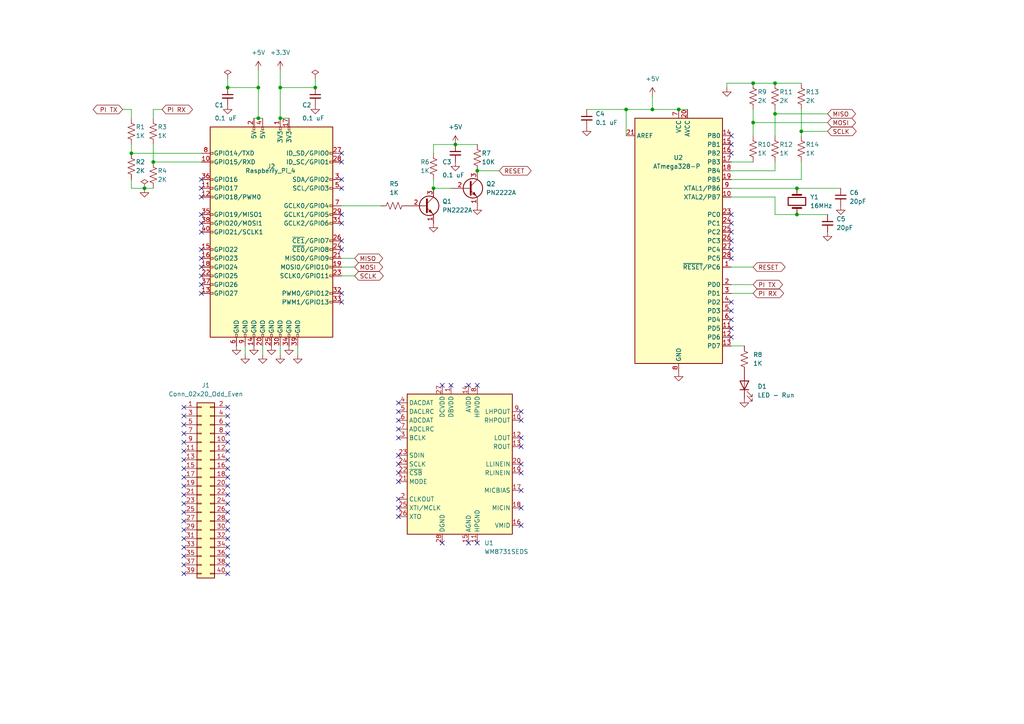
<source format=kicad_sch>
(kicad_sch (version 20211123) (generator eeschema)
  (paper "A4")
  (lib_symbols
    (symbol "Audio:WM8731SEDS"
      (property "Reference" "U" (at -13.97 21.59 0))
      (property "Value" "WM8731SEDS" (at 0 5.08 0))
      (symbol "WM8731SEDS_0_1"
        (rectangle (start -15.24 20.32) (end 15.24 -20.32) (stroke (width 0.254)) (fill (type background)))
      )
      (symbol "WM8731SEDS_1_1"
        (pin power_in line (at -2.54 22.86 270) (length 2.54) (name "DBVDD") (number "1"))
        (pin output line (at 17.78 12.7 180) (length 2.54) (name "RHPOUT") (number "10"))
        (pin power_in line (at 5.08 -22.86 90) (length 2.54) (name "HPGND") (number "11"))
        (pin output line (at 17.78 7.62 180) (length 2.54) (name "LOUT") (number "12"))
        (pin output line (at 17.78 5.08 180) (length 2.54) (name "ROUT") (number "13"))
        (pin power_in line (at 2.54 22.86 270) (length 2.54) (name "AVDD") (number "14"))
        (pin power_in line (at 2.54 -22.86 90) (length 2.54) (name "AGND") (number "15"))
        (pin passive line (at 17.78 -17.78 180) (length 2.54) (name "VMID") (number "16"))
        (pin output line (at 17.78 -7.62 180) (length 2.54) (name "MICBIAS") (number "17"))
        (pin input line (at 17.78 -12.7 180) (length 2.54) (name "MICIN") (number "18"))
        (pin input line (at 17.78 -2.54 180) (length 2.54) (name "RLINEIN") (number "19"))
        (pin output line (at -17.78 -10.16 0) (length 2.54) (name "CLKOUT") (number "2"))
        (pin input line (at 17.78 0 180) (length 2.54) (name "LLINEIN") (number "20"))
        (pin input line (at -17.78 -5.08 0) (length 2.54) (name "MODE") (number "21"))
        (pin input line (at -17.78 -2.54 0) (length 2.54) (name "~{CSB}") (number "22"))
        (pin bidirectional line (at -17.78 2.54 0) (length 2.54) (name "SDIN") (number "23"))
        (pin input line (at -17.78 0 0) (length 2.54) (name "SCLK") (number "24"))
        (pin input line (at -17.78 -12.7 0) (length 2.54) (name "XTI/MCLK") (number "25"))
        (pin output line (at -17.78 -15.24 0) (length 2.54) (name "XTO") (number "26"))
        (pin power_in line (at -5.08 22.86 270) (length 2.54) (name "DCVDD") (number "27"))
        (pin power_in line (at -5.08 -22.86 90) (length 2.54) (name "DGND") (number "28"))
        (pin bidirectional line (at -17.78 7.62 0) (length 2.54) (name "BCLK") (number "3"))
        (pin input line (at -17.78 17.78 0) (length 2.54) (name "DACDAT") (number "4"))
        (pin bidirectional line (at -17.78 15.24 0) (length 2.54) (name "DACLRC") (number "5"))
        (pin output line (at -17.78 12.7 0) (length 2.54) (name "ADCDAT") (number "6"))
        (pin bidirectional line (at -17.78 10.16 0) (length 2.54) (name "ADCLRC") (number "7"))
        (pin power_in line (at 5.08 22.86 270) (length 2.54) (name "HPVDD") (number "8"))
        (pin output line (at 17.78 15.24 180) (length 2.54) (name "LHPOUT") (number "9"))
      )
    )
    (symbol "Connector:Raspberry_Pi_2_3" (pin_names (offset 1.016))
      (property "Reference" "J" (at -17.78 31.75 0))
      (property "Value" "Raspberry_Pi_2_3" (at 10.16 -31.75 0))
      (symbol "Raspberry_Pi_2_3_0_1"
        (rectangle (start -17.78 30.48) (end 17.78 -30.48) (stroke (width 0.254)) (fill (type background)))
      )
      (symbol "Raspberry_Pi_2_3_1_1"
        (rectangle (start -16.891 -17.526) (end -17.78 -18.034))
        (rectangle (start -16.891 -14.986) (end -17.78 -15.494))
        (rectangle (start -16.891 -12.446) (end -17.78 -12.954))
        (rectangle (start -16.891 -9.906) (end -17.78 -10.414))
        (rectangle (start -16.891 -7.366) (end -17.78 -7.874))
        (rectangle (start -16.891 -4.826) (end -17.78 -5.334))
        (rectangle (start -16.891 0.254) (end -17.78 -0.254))
        (rectangle (start -16.891 2.794) (end -17.78 2.286))
        (rectangle (start -16.891 5.334) (end -17.78 4.826))
        (rectangle (start -16.891 10.414) (end -17.78 9.906))
        (rectangle (start -16.891 12.954) (end -17.78 12.446))
        (rectangle (start -16.891 15.494) (end -17.78 14.986))
        (rectangle (start -16.891 20.574) (end -17.78 20.066))
        (rectangle (start -16.891 23.114) (end -17.78 22.606))
        (rectangle (start -10.414 -29.591) (end -9.906 -30.48))
        (rectangle (start -7.874 -29.591) (end -7.366 -30.48))
        (rectangle (start -5.334 -29.591) (end -4.826 -30.48))
        (rectangle (start -5.334 30.48) (end -4.826 29.591))
        (rectangle (start -2.794 -29.591) (end -2.286 -30.48))
        (rectangle (start -2.794 30.48) (end -2.286 29.591))
        (rectangle (start -0.254 -29.591) (end 0.254 -30.48))
        (rectangle (start 2.286 -29.591) (end 2.794 -30.48))
        (rectangle (start 2.286 30.48) (end 2.794 29.591))
        (rectangle (start 4.826 -29.591) (end 5.334 -30.48))
        (rectangle (start 4.826 30.48) (end 5.334 29.591))
        (rectangle (start 7.366 -29.591) (end 7.874 -30.48))
        (rectangle (start 17.78 -20.066) (end 16.891 -20.574))
        (rectangle (start 17.78 -17.526) (end 16.891 -18.034))
        (rectangle (start 17.78 -12.446) (end 16.891 -12.954))
        (rectangle (start 17.78 -9.906) (end 16.891 -10.414))
        (rectangle (start 17.78 -7.366) (end 16.891 -7.874))
        (rectangle (start 17.78 -4.826) (end 16.891 -5.334))
        (rectangle (start 17.78 -2.286) (end 16.891 -2.794))
        (rectangle (start 17.78 2.794) (end 16.891 2.286))
        (rectangle (start 17.78 5.334) (end 16.891 4.826))
        (rectangle (start 17.78 7.874) (end 16.891 7.366))
        (rectangle (start 17.78 12.954) (end 16.891 12.446))
        (rectangle (start 17.78 15.494) (end 16.891 14.986))
        (rectangle (start 17.78 20.574) (end 16.891 20.066))
        (rectangle (start 17.78 23.114) (end 16.891 22.606))
        (pin power_in line (at 2.54 33.02 270) (length 2.54) (name "3V3") (number "1"))
        (pin bidirectional line (at -20.32 20.32 0) (length 2.54) (name "GPIO15/RXD") (number "10"))
        (pin bidirectional line (at -20.32 12.7 0) (length 2.54) (name "GPIO17") (number "11"))
        (pin bidirectional line (at -20.32 10.16 0) (length 2.54) (name "GPIO18/PWM0") (number "12"))
        (pin bidirectional line (at -20.32 -17.78 0) (length 2.54) (name "GPIO27") (number "13"))
        (pin power_in line (at -5.08 -33.02 90) (length 2.54) (name "GND") (number "14"))
        (pin bidirectional line (at -20.32 -5.08 0) (length 2.54) (name "GPIO22") (number "15"))
        (pin bidirectional line (at -20.32 -7.62 0) (length 2.54) (name "GPIO23") (number "16"))
        (pin power_in line (at 5.08 33.02 270) (length 2.54) (name "3V3") (number "17"))
        (pin bidirectional line (at -20.32 -10.16 0) (length 2.54) (name "GPIO24") (number "18"))
        (pin bidirectional line (at 20.32 -10.16 180) (length 2.54) (name "MOSI0/GPIO10") (number "19"))
        (pin power_in line (at -5.08 33.02 270) (length 2.54) (name "5V") (number "2"))
        (pin power_in line (at -2.54 -33.02 90) (length 2.54) (name "GND") (number "20"))
        (pin bidirectional line (at 20.32 -7.62 180) (length 2.54) (name "MISO0/GPIO9") (number "21"))
        (pin bidirectional line (at -20.32 -12.7 0) (length 2.54) (name "GPIO25") (number "22"))
        (pin bidirectional line (at 20.32 -12.7 180) (length 2.54) (name "SCLK0/GPIO11") (number "23"))
        (pin bidirectional line (at 20.32 -5.08 180) (length 2.54) (name "~{CE0}/GPIO8") (number "24"))
        (pin power_in line (at 0 -33.02 90) (length 2.54) (name "GND") (number "25"))
        (pin bidirectional line (at 20.32 -2.54 180) (length 2.54) (name "~{CE1}/GPIO7") (number "26"))
        (pin bidirectional line (at 20.32 22.86 180) (length 2.54) (name "ID_SD/GPIO0") (number "27"))
        (pin bidirectional line (at 20.32 20.32 180) (length 2.54) (name "ID_SC/GPIO1") (number "28"))
        (pin bidirectional line (at 20.32 5.08 180) (length 2.54) (name "GCLK1/GPIO5") (number "29"))
        (pin bidirectional line (at 20.32 15.24 180) (length 2.54) (name "SDA/GPIO2") (number "3"))
        (pin power_in line (at 2.54 -33.02 90) (length 2.54) (name "GND") (number "30"))
        (pin bidirectional line (at 20.32 2.54 180) (length 2.54) (name "GCLK2/GPIO6") (number "31"))
        (pin bidirectional line (at 20.32 -17.78 180) (length 2.54) (name "PWM0/GPIO12") (number "32"))
        (pin bidirectional line (at 20.32 -20.32 180) (length 2.54) (name "PWM1/GPIO13") (number "33"))
        (pin power_in line (at 5.08 -33.02 90) (length 2.54) (name "GND") (number "34"))
        (pin bidirectional line (at -20.32 5.08 0) (length 2.54) (name "GPIO19/MISO1") (number "35"))
        (pin bidirectional line (at -20.32 15.24 0) (length 2.54) (name "GPIO16") (number "36"))
        (pin bidirectional line (at -20.32 -15.24 0) (length 2.54) (name "GPIO26") (number "37"))
        (pin bidirectional line (at -20.32 2.54 0) (length 2.54) (name "GPIO20/MOSI1") (number "38"))
        (pin power_in line (at 7.62 -33.02 90) (length 2.54) (name "GND") (number "39"))
        (pin power_in line (at -2.54 33.02 270) (length 2.54) (name "5V") (number "4"))
        (pin bidirectional line (at -20.32 0 0) (length 2.54) (name "GPIO21/SCLK1") (number "40"))
        (pin bidirectional line (at 20.32 12.7 180) (length 2.54) (name "SCL/GPIO3") (number "5"))
        (pin power_in line (at -10.16 -33.02 90) (length 2.54) (name "GND") (number "6"))
        (pin bidirectional line (at 20.32 7.62 180) (length 2.54) (name "GCLK0/GPIO4") (number "7"))
        (pin bidirectional line (at -20.32 22.86 0) (length 2.54) (name "GPIO14/TXD") (number "8"))
        (pin power_in line (at -7.62 -33.02 90) (length 2.54) (name "GND") (number "9"))
      )
    )
    (symbol "Connector_Generic:Conn_02x20_Odd_Even" (pin_names (offset 1.016) hide)
      (property "Reference" "J" (at 1.27 25.4 0))
      (property "Value" "Conn_02x20_Odd_Even" (at 1.27 -27.94 0))
      (symbol "Conn_02x20_Odd_Even_1_1"
        (rectangle (start -1.27 -25.273) (end 0 -25.527) (stroke (width 0.1524)))
        (rectangle (start -1.27 -22.733) (end 0 -22.987) (stroke (width 0.1524)))
        (rectangle (start -1.27 -20.193) (end 0 -20.447) (stroke (width 0.1524)))
        (rectangle (start -1.27 -17.653) (end 0 -17.907) (stroke (width 0.1524)))
        (rectangle (start -1.27 -15.113) (end 0 -15.367) (stroke (width 0.1524)))
        (rectangle (start -1.27 -12.573) (end 0 -12.827) (stroke (width 0.1524)))
        (rectangle (start -1.27 -10.033) (end 0 -10.287) (stroke (width 0.1524)))
        (rectangle (start -1.27 -7.493) (end 0 -7.747) (stroke (width 0.1524)))
        (rectangle (start -1.27 -4.953) (end 0 -5.207) (stroke (width 0.1524)))
        (rectangle (start -1.27 -2.413) (end 0 -2.667) (stroke (width 0.1524)))
        (rectangle (start -1.27 0.127) (end 0 -0.127) (stroke (width 0.1524)))
        (rectangle (start -1.27 2.667) (end 0 2.413) (stroke (width 0.1524)))
        (rectangle (start -1.27 5.207) (end 0 4.953) (stroke (width 0.1524)))
        (rectangle (start -1.27 7.747) (end 0 7.493) (stroke (width 0.1524)))
        (rectangle (start -1.27 10.287) (end 0 10.033) (stroke (width 0.1524)))
        (rectangle (start -1.27 12.827) (end 0 12.573) (stroke (width 0.1524)))
        (rectangle (start -1.27 15.367) (end 0 15.113) (stroke (width 0.1524)))
        (rectangle (start -1.27 17.907) (end 0 17.653) (stroke (width 0.1524)))
        (rectangle (start -1.27 20.447) (end 0 20.193) (stroke (width 0.1524)))
        (rectangle (start -1.27 22.987) (end 0 22.733) (stroke (width 0.1524)))
        (rectangle (start -1.27 24.13) (end 3.81 -26.67) (stroke (width 0.254)) (fill (type background)))
        (rectangle (start 3.81 -25.273) (end 2.54 -25.527) (stroke (width 0.1524)))
        (rectangle (start 3.81 -22.733) (end 2.54 -22.987) (stroke (width 0.1524)))
        (rectangle (start 3.81 -20.193) (end 2.54 -20.447) (stroke (width 0.1524)))
        (rectangle (start 3.81 -17.653) (end 2.54 -17.907) (stroke (width 0.1524)))
        (rectangle (start 3.81 -15.113) (end 2.54 -15.367) (stroke (width 0.1524)))
        (rectangle (start 3.81 -12.573) (end 2.54 -12.827) (stroke (width 0.1524)))
        (rectangle (start 3.81 -10.033) (end 2.54 -10.287) (stroke (width 0.1524)))
        (rectangle (start 3.81 -7.493) (end 2.54 -7.747) (stroke (width 0.1524)))
        (rectangle (start 3.81 -4.953) (end 2.54 -5.207) (stroke (width 0.1524)))
        (rectangle (start 3.81 -2.413) (end 2.54 -2.667) (stroke (width 0.1524)))
        (rectangle (start 3.81 0.127) (end 2.54 -0.127) (stroke (width 0.1524)))
        (rectangle (start 3.81 2.667) (end 2.54 2.413) (stroke (width 0.1524)))
        (rectangle (start 3.81 5.207) (end 2.54 4.953) (stroke (width 0.1524)))
        (rectangle (start 3.81 7.747) (end 2.54 7.493) (stroke (width 0.1524)))
        (rectangle (start 3.81 10.287) (end 2.54 10.033) (stroke (width 0.1524)))
        (rectangle (start 3.81 12.827) (end 2.54 12.573) (stroke (width 0.1524)))
        (rectangle (start 3.81 15.367) (end 2.54 15.113) (stroke (width 0.1524)))
        (rectangle (start 3.81 17.907) (end 2.54 17.653) (stroke (width 0.1524)))
        (rectangle (start 3.81 20.447) (end 2.54 20.193) (stroke (width 0.1524)))
        (rectangle (start 3.81 22.987) (end 2.54 22.733) (stroke (width 0.1524)))
        (pin passive line (at -5.08 22.86 0) (length 3.81) (name "Pin_1") (number "1"))
        (pin passive line (at 7.62 12.7 180) (length 3.81) (name "Pin_10") (number "10"))
        (pin passive line (at -5.08 10.16 0) (length 3.81) (name "Pin_11") (number "11"))
        (pin passive line (at 7.62 10.16 180) (length 3.81) (name "Pin_12") (number "12"))
        (pin passive line (at -5.08 7.62 0) (length 3.81) (name "Pin_13") (number "13"))
        (pin passive line (at 7.62 7.62 180) (length 3.81) (name "Pin_14") (number "14"))
        (pin passive line (at -5.08 5.08 0) (length 3.81) (name "Pin_15") (number "15"))
        (pin passive line (at 7.62 5.08 180) (length 3.81) (name "Pin_16") (number "16"))
        (pin passive line (at -5.08 2.54 0) (length 3.81) (name "Pin_17") (number "17"))
        (pin passive line (at 7.62 2.54 180) (length 3.81) (name "Pin_18") (number "18"))
        (pin passive line (at -5.08 0 0) (length 3.81) (name "Pin_19") (number "19"))
        (pin passive line (at 7.62 22.86 180) (length 3.81) (name "Pin_2") (number "2"))
        (pin passive line (at 7.62 0 180) (length 3.81) (name "Pin_20") (number "20"))
        (pin passive line (at -5.08 -2.54 0) (length 3.81) (name "Pin_21") (number "21"))
        (pin passive line (at 7.62 -2.54 180) (length 3.81) (name "Pin_22") (number "22"))
        (pin passive line (at -5.08 -5.08 0) (length 3.81) (name "Pin_23") (number "23"))
        (pin passive line (at 7.62 -5.08 180) (length 3.81) (name "Pin_24") (number "24"))
        (pin passive line (at -5.08 -7.62 0) (length 3.81) (name "Pin_25") (number "25"))
        (pin passive line (at 7.62 -7.62 180) (length 3.81) (name "Pin_26") (number "26"))
        (pin passive line (at -5.08 -10.16 0) (length 3.81) (name "Pin_27") (number "27"))
        (pin passive line (at 7.62 -10.16 180) (length 3.81) (name "Pin_28") (number "28"))
        (pin passive line (at -5.08 -12.7 0) (length 3.81) (name "Pin_29") (number "29"))
        (pin passive line (at -5.08 20.32 0) (length 3.81) (name "Pin_3") (number "3"))
        (pin passive line (at 7.62 -12.7 180) (length 3.81) (name "Pin_30") (number "30"))
        (pin passive line (at -5.08 -15.24 0) (length 3.81) (name "Pin_31") (number "31"))
        (pin passive line (at 7.62 -15.24 180) (length 3.81) (name "Pin_32") (number "32"))
        (pin passive line (at -5.08 -17.78 0) (length 3.81) (name "Pin_33") (number "33"))
        (pin passive line (at 7.62 -17.78 180) (length 3.81) (name "Pin_34") (number "34"))
        (pin passive line (at -5.08 -20.32 0) (length 3.81) (name "Pin_35") (number "35"))
        (pin passive line (at 7.62 -20.32 180) (length 3.81) (name "Pin_36") (number "36"))
        (pin passive line (at -5.08 -22.86 0) (length 3.81) (name "Pin_37") (number "37"))
        (pin passive line (at 7.62 -22.86 180) (length 3.81) (name "Pin_38") (number "38"))
        (pin passive line (at -5.08 -25.4 0) (length 3.81) (name "Pin_39") (number "39"))
        (pin passive line (at 7.62 20.32 180) (length 3.81) (name "Pin_4") (number "4"))
        (pin passive line (at 7.62 -25.4 180) (length 3.81) (name "Pin_40") (number "40"))
        (pin passive line (at -5.08 17.78 0) (length 3.81) (name "Pin_5") (number "5"))
        (pin passive line (at 7.62 17.78 180) (length 3.81) (name "Pin_6") (number "6"))
        (pin passive line (at -5.08 15.24 0) (length 3.81) (name "Pin_7") (number "7"))
        (pin passive line (at 7.62 15.24 180) (length 3.81) (name "Pin_8") (number "8"))
        (pin passive line (at -5.08 12.7 0) (length 3.81) (name "Pin_9") (number "9"))
      )
    )
    (symbol "Device:C_Small" (pin_numbers hide) (pin_names (offset 0.254) hide)
      (property "Reference" "C" (at 0.254 1.778 0))
      (property "Value" "C_Small" (at 0.254 -2.032 0))
      (symbol "C_Small_0_1"
        (polyline (pts (xy -1.524 -0.508) (xy 1.524 -0.508)) (stroke (width 0.3302)))
        (polyline (pts (xy -1.524 0.508) (xy 1.524 0.508)) (stroke (width 0.3048)))
      )
      (symbol "C_Small_1_1"
        (pin passive line (at 0 2.54 270) (length 2.032) (name "~") (number "1"))
        (pin passive line (at 0 -2.54 90) (length 2.032) (name "~") (number "2"))
      )
    )
    (symbol "Device:Crystal" (pin_numbers hide) (pin_names (offset 1.016) hide)
      (property "Reference" "Y" (at 0 3.81 0))
      (property "Value" "Crystal" (at 0 -3.81 0))
      (symbol "Crystal_0_1"
        (rectangle (start -1.143 2.54) (end 1.143 -2.54) (stroke (width 0.3048)))
        (polyline (pts (xy -2.54 0) (xy -1.905 0)))
        (polyline (pts (xy -1.905 -1.27) (xy -1.905 1.27)) (stroke (width 0.508)))
        (polyline (pts (xy 1.905 -1.27) (xy 1.905 1.27)) (stroke (width 0.508)))
        (polyline (pts (xy 2.54 0) (xy 1.905 0)))
      )
      (symbol "Crystal_1_1"
        (pin passive line (at -3.81 0 0) (length 1.27) (name "1") (number "1"))
        (pin passive line (at 3.81 0 180) (length 1.27) (name "2") (number "2"))
      )
    )
    (symbol "Device:LED" (pin_numbers hide) (pin_names (offset 1.016) hide)
      (property "Reference" "D" (at 0 2.54 0))
      (property "Value" "LED" (at 0 -2.54 0))
      (symbol "LED_0_1"
        (polyline (pts (xy -1.27 -1.27) (xy -1.27 1.27)) (stroke (width 0.254)))
        (polyline (pts (xy -1.27 0) (xy 1.27 0)))
        (polyline (pts (xy 1.27 -1.27) (xy 1.27 1.27) (xy -1.27 0) (xy 1.27 -1.27)) (stroke (width 0.254)))
        (polyline (pts (xy -3.048 -0.762) (xy -4.572 -2.286) (xy -3.81 -2.286) (xy -4.572 -2.286) (xy -4.572 -1.524)))
        (polyline (pts (xy -1.778 -0.762) (xy -3.302 -2.286) (xy -2.54 -2.286) (xy -3.302 -2.286) (xy -3.302 -1.524)))
      )
      (symbol "LED_1_1"
        (pin passive line (at -3.81 0 0) (length 2.54) (name "K") (number "1"))
        (pin passive line (at 3.81 0 180) (length 2.54) (name "A") (number "2"))
      )
    )
    (symbol "Device:R_US" (pin_numbers hide) (pin_names (offset 0))
      (property "Reference" "R" (at 2.54 0 90))
      (property "Value" "R_US" (at -2.54 0 90))
      (symbol "R_US_0_1"
        (polyline (pts (xy 0 -2.286) (xy 0 -2.54)))
        (polyline (pts (xy 0 2.286) (xy 0 2.54)))
        (polyline (pts (xy 0 -0.762) (xy 1.016 -1.143) (xy 0 -1.524) (xy -1.016 -1.905) (xy 0 -2.286)))
        (polyline (pts (xy 0 0.762) (xy 1.016 0.381) (xy 0 0) (xy -1.016 -0.381) (xy 0 -0.762)))
        (polyline (pts (xy 0 2.286) (xy 1.016 1.905) (xy 0 1.524) (xy -1.016 1.143) (xy 0 0.762)))
      )
      (symbol "R_US_1_1"
        (pin passive line (at 0 3.81 270) (length 1.27) (name "~") (number "1"))
        (pin passive line (at 0 -3.81 90) (length 1.27) (name "~") (number "2"))
      )
    )
    (symbol "MCU_Microchip_ATmega:ATmega328-P"
      (property "Reference" "U" (at -12.7 36.83 0))
      (property "Value" "ATmega328-P" (at 2.54 -36.83 0))
      (symbol "ATmega328-P_0_1"
        (rectangle (start -12.7 -35.56) (end 12.7 35.56) (stroke (width 0.254)) (fill (type background)))
      )
      (symbol "ATmega328-P_1_1"
        (pin bidirectional line (at 15.24 -7.62 180) (length 2.54) (name "~{RESET}/PC6") (number "1"))
        (pin bidirectional line (at 15.24 12.7 180) (length 2.54) (name "XTAL2/PB7") (number "10"))
        (pin bidirectional line (at 15.24 -25.4 180) (length 2.54) (name "PD5") (number "11"))
        (pin bidirectional line (at 15.24 -27.94 180) (length 2.54) (name "PD6") (number "12"))
        (pin bidirectional line (at 15.24 -30.48 180) (length 2.54) (name "PD7") (number "13"))
        (pin bidirectional line (at 15.24 30.48 180) (length 2.54) (name "PB0") (number "14"))
        (pin bidirectional line (at 15.24 27.94 180) (length 2.54) (name "PB1") (number "15"))
        (pin bidirectional line (at 15.24 25.4 180) (length 2.54) (name "PB2") (number "16"))
        (pin bidirectional line (at 15.24 22.86 180) (length 2.54) (name "PB3") (number "17"))
        (pin bidirectional line (at 15.24 20.32 180) (length 2.54) (name "PB4") (number "18"))
        (pin bidirectional line (at 15.24 17.78 180) (length 2.54) (name "PB5") (number "19"))
        (pin bidirectional line (at 15.24 -12.7 180) (length 2.54) (name "PD0") (number "2"))
        (pin power_in line (at 2.54 38.1 270) (length 2.54) (name "AVCC") (number "20"))
        (pin passive line (at -15.24 30.48 0) (length 2.54) (name "AREF") (number "21"))
        (pin passive line (at 0 -38.1 90) (length 2.54) hide (name "GND") (number "22"))
        (pin bidirectional line (at 15.24 7.62 180) (length 2.54) (name "PC0") (number "23"))
        (pin bidirectional line (at 15.24 5.08 180) (length 2.54) (name "PC1") (number "24"))
        (pin bidirectional line (at 15.24 2.54 180) (length 2.54) (name "PC2") (number "25"))
        (pin bidirectional line (at 15.24 0 180) (length 2.54) (name "PC3") (number "26"))
        (pin bidirectional line (at 15.24 -2.54 180) (length 2.54) (name "PC4") (number "27"))
        (pin bidirectional line (at 15.24 -5.08 180) (length 2.54) (name "PC5") (number "28"))
        (pin bidirectional line (at 15.24 -15.24 180) (length 2.54) (name "PD1") (number "3"))
        (pin bidirectional line (at 15.24 -17.78 180) (length 2.54) (name "PD2") (number "4"))
        (pin bidirectional line (at 15.24 -20.32 180) (length 2.54) (name "PD3") (number "5"))
        (pin bidirectional line (at 15.24 -22.86 180) (length 2.54) (name "PD4") (number "6"))
        (pin power_in line (at 0 38.1 270) (length 2.54) (name "VCC") (number "7"))
        (pin power_in line (at 0 -38.1 90) (length 2.54) (name "GND") (number "8"))
        (pin bidirectional line (at 15.24 15.24 180) (length 2.54) (name "XTAL1/PB6") (number "9"))
      )
    )
    (symbol "Transistor_BJT:PN2222A" (pin_names (offset 0) hide)
      (property "Reference" "Q" (at 5.08 1.905 0))
      (property "Value" "PN2222A" (at 5.08 0 0))
      (symbol "PN2222A_0_1"
        (polyline (pts (xy 0 0) (xy 0.635 0)))
        (polyline (pts (xy 2.54 -2.54) (xy 0.635 -0.635)))
        (polyline (pts (xy 2.54 2.54) (xy 0.635 0.635)))
        (polyline (pts (xy 0.635 1.905) (xy 0.635 -1.905) (xy 0.635 -1.905)) (stroke (width 0.508)))
        (polyline (pts (xy 2.413 -2.413) (xy 1.905 -1.905) (xy 1.905 -1.905)))
        (polyline (pts (xy 1.143 -1.651) (xy 1.651 -1.143) (xy 2.159 -2.159) (xy 1.143 -1.651) (xy 1.143 -1.651)) (fill (type outline)))
        (circle (center 1.27 0) (radius 2.8194) (stroke (width 0.254)))
      )
      (symbol "PN2222A_1_1"
        (pin passive line (at 2.54 -5.08 90) (length 2.54) (name "E") (number "1"))
        (pin input line (at -5.08 0 0) (length 5.08) (name "B") (number "2"))
        (pin passive line (at 2.54 5.08 270) (length 2.54) (name "C") (number "3"))
      )
    )
    (symbol "power:+3.3V" (power) (pin_names (offset 0))
      (property "Value" "+3.3V" (at 0 3.556 0))
      (symbol "+3.3V_0_1"
        (polyline (pts (xy -0.762 1.27) (xy 0 2.54)))
        (polyline (pts (xy 0 0) (xy 0 2.54)))
        (polyline (pts (xy 0 2.54) (xy 0.762 1.27)))
      )
      (symbol "+3.3V_1_1"
        (pin power_in line (at 0 0 90) (length 0) hide (name "+3.3V") (number "1"))
      )
    )
    (symbol "power:+5V" (power) (pin_names (offset 0))
      (property "Value" "+5V" (at 0 3.556 0))
      (symbol "+5V_0_1"
        (polyline (pts (xy -0.762 1.27) (xy 0 2.54)))
        (polyline (pts (xy 0 0) (xy 0 2.54)))
        (polyline (pts (xy 0 2.54) (xy 0.762 1.27)))
      )
      (symbol "+5V_1_1"
        (pin power_in line (at 0 0 90) (length 0) hide (name "+5V") (number "1"))
      )
    )
    (symbol "power:GND" (power) (pin_names (offset 0))
      (property "Value" "GND" (at 0 -3.81 0))
      (symbol "GND_0_1"
        (polyline (pts (xy 0 0) (xy 0 -1.27) (xy 1.27 -1.27) (xy 0 -2.54) (xy -1.27 -1.27) (xy 0 -1.27)))
      )
      (symbol "GND_1_1"
        (pin power_in line (at 0 0 270) (length 0) hide (name "GND") (number "1"))
      )
    )
    (symbol "power:PWR_FLAG" (power) (pin_numbers hide) (pin_names (offset 0) hide)
      (property "Value" "PWR_FLAG" (at 0 3.81 0))
      (symbol "PWR_FLAG_0_0"
        (pin power_out line (at 0 0 90) (length 0) (name "pwr") (number "1"))
      )
      (symbol "PWR_FLAG_0_1"
        (polyline (pts (xy 0 0) (xy 0 1.27) (xy -1.016 1.905) (xy 0 2.54) (xy 1.016 1.905) (xy 0 1.27)))
      )
    )
  )
  (junction (at 224.79 33.02))
  (junction (at 232.41 38.1))
  (junction (at 91.44 25.4))
  (junction (at 81.28 34.29))
  (junction (at 189.23 31.75))
  (junction (at 218.44 35.56))
  (junction (at 196.85 31.75))
  (junction (at 218.44 24.13))
  (junction (at 81.28 25.4))
  (junction (at 44.45 46.99))
  (junction (at 224.79 24.13))
  (junction (at 138.43 49.53))
  (junction (at 41.91 54.61))
  (junction (at 181.61 31.75))
  (junction (at 38.1 44.45))
  (junction (at 132.08 41.91))
  (junction (at 74.93 34.29))
  (junction (at 125.73 54.61))
  (junction (at 74.93 25.4))
  (junction (at 231.14 54.61))
  (junction (at 66.04 25.4))
  (junction (at 231.14 62.23))
  (no_connect (at 115.57 134.62))
  (no_connect (at 66.04 135.89))
  (no_connect (at 115.57 127))
  (no_connect (at 115.57 121.92))
  (no_connect (at 58.42 72.39))
  (no_connect (at 151.13 147.32))
  (no_connect (at 99.06 44.45))
  (no_connect (at 53.34 138.43))
  (no_connect (at 53.34 143.51))
  (no_connect (at 58.42 67.31))
  (no_connect (at 66.04 146.05))
  (no_connect (at 151.13 127))
  (no_connect (at 58.42 82.55))
  (no_connect (at 53.34 135.89))
  (no_connect (at 53.34 123.19))
  (no_connect (at 130.81 111.76))
  (no_connect (at 66.04 123.19))
  (no_connect (at 66.04 153.67))
  (no_connect (at 151.13 129.54))
  (no_connect (at 53.34 153.67))
  (no_connect (at 53.34 161.29))
  (no_connect (at 66.04 151.13))
  (no_connect (at 99.06 62.23))
  (no_connect (at 99.06 72.39))
  (no_connect (at 66.04 138.43))
  (no_connect (at 66.04 166.37))
  (no_connect (at 138.43 111.76))
  (no_connect (at 128.27 157.48))
  (no_connect (at 212.09 67.31))
  (no_connect (at 53.34 125.73))
  (no_connect (at 212.09 44.45))
  (no_connect (at 212.09 72.39))
  (no_connect (at 66.04 161.29))
  (no_connect (at 58.42 77.47))
  (no_connect (at 212.09 64.77))
  (no_connect (at 58.42 64.77))
  (no_connect (at 115.57 144.78))
  (no_connect (at 58.42 57.15))
  (no_connect (at 66.04 130.81))
  (no_connect (at 151.13 142.24))
  (no_connect (at 212.09 90.17))
  (no_connect (at 66.04 158.75))
  (no_connect (at 115.57 149.86))
  (no_connect (at 58.42 52.07))
  (no_connect (at 99.06 64.77))
  (no_connect (at 212.09 39.37))
  (no_connect (at 66.04 120.65))
  (no_connect (at 115.57 137.16))
  (no_connect (at 138.43 157.48))
  (no_connect (at 53.34 120.65))
  (no_connect (at 58.42 54.61))
  (no_connect (at 212.09 41.91))
  (no_connect (at 53.34 128.27))
  (no_connect (at 53.34 140.97))
  (no_connect (at 212.09 95.25))
  (no_connect (at 66.04 140.97))
  (no_connect (at 151.13 119.38))
  (no_connect (at 53.34 166.37))
  (no_connect (at 66.04 118.11))
  (no_connect (at 212.09 62.23))
  (no_connect (at 99.06 46.99))
  (no_connect (at 99.06 52.07))
  (no_connect (at 58.42 80.01))
  (no_connect (at 58.42 85.09))
  (no_connect (at 99.06 85.09))
  (no_connect (at 66.04 148.59))
  (no_connect (at 66.04 128.27))
  (no_connect (at 115.57 139.7))
  (no_connect (at 53.34 146.05))
  (no_connect (at 212.09 97.79))
  (no_connect (at 53.34 133.35))
  (no_connect (at 212.09 69.85))
  (no_connect (at 53.34 130.81))
  (no_connect (at 135.89 157.48))
  (no_connect (at 53.34 148.59))
  (no_connect (at 151.13 137.16))
  (no_connect (at 53.34 156.21))
  (no_connect (at 66.04 143.51))
  (no_connect (at 115.57 132.08))
  (no_connect (at 66.04 125.73))
  (no_connect (at 115.57 147.32))
  (no_connect (at 53.34 163.83))
  (no_connect (at 66.04 133.35))
  (no_connect (at 212.09 87.63))
  (no_connect (at 58.42 74.93))
  (no_connect (at 212.09 92.71))
  (no_connect (at 58.42 62.23))
  (no_connect (at 115.57 119.38))
  (no_connect (at 99.06 87.63))
  (no_connect (at 128.27 111.76))
  (no_connect (at 66.04 163.83))
  (no_connect (at 53.34 151.13))
  (no_connect (at 53.34 158.75))
  (no_connect (at 99.06 69.85))
  (no_connect (at 135.89 111.76))
  (no_connect (at 53.34 118.11))
  (no_connect (at 66.04 156.21))
  (no_connect (at 151.13 134.62))
  (no_connect (at 151.13 152.4))
  (no_connect (at 212.09 74.93))
  (no_connect (at 99.06 54.61))
  (no_connect (at 151.13 121.92))
  (no_connect (at 115.57 116.84))
  (no_connect (at 115.57 124.46))
  (wire (pts (xy 91.44 22.86) (xy 91.44 25.4)))
  (wire (pts (xy 224.79 31.75) (xy 224.79 33.02)))
  (wire (pts (xy 181.61 31.75) (xy 189.23 31.75)))
  (wire (pts (xy 218.44 35.56) (xy 240.03 35.56)))
  (wire (pts (xy 170.18 31.75) (xy 181.61 31.75)))
  (wire (pts (xy 212.09 49.53) (xy 224.79 49.53)))
  (wire (pts (xy 210.82 24.13) (xy 210.82 25.4)))
  (wire (pts (xy 231.14 62.23) (xy 240.03 62.23)))
  (wire (pts (xy 232.41 38.1) (xy 232.41 39.37)))
  (wire (pts (xy 86.36 100.33) (xy 86.36 102.87)))
  (wire (pts (xy 81.28 20.32) (xy 81.28 25.4)))
  (wire (pts (xy 38.1 41.91) (xy 38.1 44.45)))
  (wire (pts (xy 38.1 52.07) (xy 38.1 54.61)))
  (wire (pts (xy 196.85 31.75) (xy 199.39 31.75)))
  (wire (pts (xy 189.23 31.75) (xy 196.85 31.75)))
  (wire (pts (xy 44.45 41.91) (xy 44.45 46.99)))
  (wire (pts (xy 212.09 85.09) (xy 218.44 85.09)))
  (wire (pts (xy 224.79 57.15) (xy 224.79 62.23)))
  (wire (pts (xy 181.61 39.37) (xy 181.61 31.75)))
  (wire (pts (xy 218.44 24.13) (xy 210.82 24.13)))
  (wire (pts (xy 66.04 22.86) (xy 66.04 25.4)))
  (wire (pts (xy 71.12 100.33) (xy 71.12 102.87)))
  (wire (pts (xy 74.93 34.29) (xy 76.2 34.29)))
  (wire (pts (xy 74.93 25.4) (xy 74.93 34.29)))
  (wire (pts (xy 125.73 41.91) (xy 125.73 44.45)))
  (wire (pts (xy 218.44 24.13) (xy 224.79 24.13)))
  (wire (pts (xy 99.06 59.69) (xy 110.49 59.69)))
  (wire (pts (xy 224.79 24.13) (xy 232.41 24.13)))
  (wire (pts (xy 125.73 54.61) (xy 130.81 54.61)))
  (wire (pts (xy 76.2 100.33) (xy 76.2 102.87)))
  (wire (pts (xy 125.73 52.07) (xy 125.73 54.61)))
  (wire (pts (xy 73.66 34.29) (xy 74.93 34.29)))
  (wire (pts (xy 41.91 54.61) (xy 44.45 54.61)))
  (wire (pts (xy 218.44 31.75) (xy 218.44 35.56)))
  (wire (pts (xy 224.79 62.23) (xy 231.14 62.23)))
  (wire (pts (xy 231.14 54.61) (xy 243.84 54.61)))
  (wire (pts (xy 81.28 25.4) (xy 81.28 34.29)))
  (wire (pts (xy 232.41 31.75) (xy 232.41 38.1)))
  (wire (pts (xy 212.09 54.61) (xy 231.14 54.61)))
  (wire (pts (xy 212.09 52.07) (xy 232.41 52.07)))
  (wire (pts (xy 74.93 20.32) (xy 74.93 25.4)))
  (wire (pts (xy 132.08 41.91) (xy 125.73 41.91)))
  (wire (pts (xy 212.09 82.55) (xy 218.44 82.55)))
  (wire (pts (xy 232.41 52.07) (xy 232.41 46.99)))
  (wire (pts (xy 138.43 41.91) (xy 132.08 41.91)))
  (wire (pts (xy 99.06 74.93) (xy 102.87 74.93)))
  (wire (pts (xy 46.99 31.75) (xy 44.45 31.75)))
  (wire (pts (xy 44.45 31.75) (xy 44.45 34.29)))
  (wire (pts (xy 99.06 80.01) (xy 102.87 80.01)))
  (wire (pts (xy 212.09 100.33) (xy 215.9 100.33)))
  (wire (pts (xy 81.28 34.29) (xy 83.82 34.29)))
  (wire (pts (xy 99.06 77.47) (xy 102.87 77.47)))
  (wire (pts (xy 189.23 27.94) (xy 189.23 31.75)))
  (wire (pts (xy 138.43 49.53) (xy 144.78 49.53)))
  (wire (pts (xy 35.56 31.75) (xy 38.1 31.75)))
  (wire (pts (xy 224.79 33.02) (xy 240.03 33.02)))
  (wire (pts (xy 44.45 46.99) (xy 58.42 46.99)))
  (wire (pts (xy 81.28 100.33) (xy 81.28 102.87)))
  (wire (pts (xy 224.79 49.53) (xy 224.79 46.99)))
  (wire (pts (xy 212.09 57.15) (xy 224.79 57.15)))
  (wire (pts (xy 212.09 46.99) (xy 218.44 46.99)))
  (wire (pts (xy 81.28 25.4) (xy 91.44 25.4)))
  (wire (pts (xy 212.09 77.47) (xy 218.44 77.47)))
  (wire (pts (xy 66.04 25.4) (xy 74.93 25.4)))
  (wire (pts (xy 38.1 44.45) (xy 58.42 44.45)))
  (wire (pts (xy 38.1 31.75) (xy 38.1 34.29)))
  (wire (pts (xy 38.1 54.61) (xy 41.91 54.61)))
  (wire (pts (xy 224.79 33.02) (xy 224.79 39.37)))
  (wire (pts (xy 218.44 35.56) (xy 218.44 39.37)))
  (wire (pts (xy 232.41 38.1) (xy 240.03 38.1)))
  (global_label "SCLK" (shape bidirectional) (at 102.87 80.01 0) (property "Intersheet References" "${INTERSHEET_REFS}" (effects hide)))
  (global_label "PI RX" (shape bidirectional) (at 218.44 85.09 0) (property "Intersheet References" "${INTERSHEET_REFS}" (effects hide)))
  (global_label "PI TX" (shape bidirectional) (at 218.44 82.55 0) (property "Intersheet References" "${INTERSHEET_REFS}" (effects hide)))
  (global_label "RESET" (shape bidirectional) (at 218.44 77.47 0) (property "Intersheet References" "${INTERSHEET_REFS}" (effects hide)))
  (global_label "SCLK" (shape bidirectional) (at 240.03 38.1 0) (property "Intersheet References" "${INTERSHEET_REFS}" (effects hide)))
  (global_label "PI RX" (shape bidirectional) (at 46.99 31.75 0) (property "Intersheet References" "${INTERSHEET_REFS}" (effects hide)))
  (global_label "MISO" (shape bidirectional) (at 102.87 74.93 0) (property "Intersheet References" "${INTERSHEET_REFS}" (effects hide)))
  (global_label "MISO" (shape bidirectional) (at 240.03 33.02 0) (property "Intersheet References" "${INTERSHEET_REFS}" (effects hide)))
  (global_label "MOSI" (shape bidirectional) (at 240.03 35.56 0) (property "Intersheet References" "${INTERSHEET_REFS}" (effects hide)))
  (global_label "RESET" (shape bidirectional) (at 144.78 49.53 0) (property "Intersheet References" "${INTERSHEET_REFS}" (effects hide)))
  (global_label "MOSI" (shape bidirectional) (at 102.87 77.47 0) (property "Intersheet References" "${INTERSHEET_REFS}" (effects hide)))
  (global_label "PI TX" (shape bidirectional) (at 35.56 31.75 180) (property "Intersheet References" "${INTERSHEET_REFS}" (effects hide)))
  (symbol (lib_id "power:PWR_FLAG") (at 66.04 22.86 0) (unit 1)
    (property "Reference" "#FLG02" (effects hide))
    (property "Value" "PWR_FLAG" (effects hide))
  )
  (symbol (lib_id "power:GND") (at 41.91 54.61 0) (unit 1)
    (property "Reference" "#GND01" (effects hide))
    (property "Value" "GND" (effects hide))
  )
  (symbol (lib_id "Audio:WM8731SEDS") (at 133.35 134.62 0) (unit 1)
    (property "Reference" "U1" (at 140.4494 157.48 0) (effects (justify left)))
    (property "Value" "WM8731SEDS" (at 140.4494 160.02 0) (effects (justify left)))
    (property "Footprint" "Package_SO:SSOP-28_5.3x10.2mm_P0.65mm" (effects hide))
    (property "Datasheet" "https://statics.cirrus.com/pubs/proDatasheet/WM8731_v4.9.pdf" (effects hide))
  )
  (symbol (lib_id "Device:R_US") (at 215.9 104.14 0) (unit 1)
    (property "Reference" "R8" (at 218.44 102.8699 0) (effects (justify left)))
    (property "Value" "1K" (at 218.44 105.4099 0) (effects (justify left)))
    (property "Footprint" "Resistor_THT:R_Axial_DIN0204_L3.6mm_D1.6mm_P5.08mm_Vertical" (effects hide))
  )
  (symbol (lib_id "power:GND") (at 170.18 36.83 0) (unit 1)
    (property "Reference" "#GND015" (effects hide))
    (property "Value" "GND" (effects hide))
  )
  (symbol (lib_id "power:PWR_FLAG") (at 41.91 54.61 0) (unit 1)
    (property "Reference" "#FLG01" (effects hide))
    (property "Value" "PWR_FLAG" (effects hide))
  )
  (symbol (lib_id "Device:C_Small") (at 240.03 64.77 0) (mirror y) (unit 1)
    (property "Reference" "C5" (at 242.57 63.5062 0) (effects (justify right)))
    (property "Value" "20pF" (at 242.57 66.0462 0) (effects (justify right)))
    (property "Footprint" "Capacitor_THT:C_Disc_D4.7mm_W2.5mm_P5.00mm" (effects hide))
  )
  (symbol (lib_id "power:GND") (at 76.2 102.87 0) (unit 1)
    (property "Reference" "#GND06" (effects hide))
    (property "Value" "GND" (effects hide))
  )
  (symbol (lib_id "power:+5V") (at 189.23 27.94 0) (unit 1)
    (property "Reference" "#PWR04" (effects hide))
    (property "Value" "+5V" (at 189.23 22.86 0))
  )
  (symbol (lib_id "Device:R_US") (at 38.1 48.26 0) (unit 1)
    (property "Reference" "R2" (at 39.37 46.99 0) (effects (justify left)))
    (property "Value" "2K" (at 39.37 49.53 0) (effects (justify left)))
    (property "Footprint" "Resistor_THT:R_Axial_DIN0204_L3.6mm_D1.6mm_P5.08mm_Vertical" (effects hide))
  )
  (symbol (lib_id "power:GND") (at 215.9 115.57 0) (unit 1)
    (property "Reference" "#GND018" (effects hide))
    (property "Value" "GND" (effects hide))
  )
  (symbol (lib_id "Transistor_BJT:PN2222A") (at 135.89 54.61 0) (unit 1)
    (property "Reference" "Q2" (at 140.97 53.3399 0) (effects (justify left)))
    (property "Value" "PN2222A" (at 140.97 55.8799 0) (effects (justify left)))
    (property "Footprint" "Package_TO_SOT_THT:TO-92_Inline" (effects hide))
    (property "Datasheet" "https://www.onsemi.com/pub/Collateral/PN2222-D.PDF" (effects hide))
  )
  (symbol (lib_id "power:+3.3V") (at 81.28 20.32 0) (unit 1)
    (property "Reference" "#PWR02" (effects hide))
    (property "Value" "+3.3V" (at 81.28 15.24 0))
  )
  (symbol (lib_id "power:GND") (at 210.82 25.4 0) (unit 1)
    (property "Reference" "#GND017" (effects hide))
    (property "Value" "GND" (effects hide))
  )
  (symbol (lib_id "power:GND") (at 83.82 100.33 0) (unit 1)
    (property "Reference" "#GND09" (effects hide))
    (property "Value" "GND" (effects hide))
  )
  (symbol (lib_id "Connector:Raspberry_Pi_2_3") (at 78.74 67.31 0) (unit 1)
    (property "Reference" "J2" (at 77.47 48.26 0) (effects (justify left)))
    (property "Value" "Raspberry_Pi_4" (at 71.12 49.53 0) (effects (justify left)))
    (property "Footprint" "Connector_PinSocket_2.54mm:PinSocket_2x20_P2.54mm_Vertical" (effects hide))
    (property "Datasheet" "https://www.raspberrypi.org/documentation/hardware/raspberrypi/schematics/rpi_SCH_3bplus_1p0_reduced.pdf" (effects hide))
  )
  (symbol (lib_id "Device:C_Small") (at 170.18 34.29 0) (unit 1)
    (property "Reference" "C4" (at 172.72 33.0262 0) (effects (justify left)))
    (property "Value" "0.1 uF" (at 172.72 35.5662 0) (effects (justify left)))
    (property "Footprint" "Capacitor_THT:C_Disc_D4.7mm_W2.5mm_P5.00mm" (effects hide))
  )
  (symbol (lib_id "Device:R_US") (at 224.79 27.94 0) (unit 1)
    (property "Reference" "R11" (at 226.06 26.67 0) (effects (justify left)))
    (property "Value" "2K" (at 226.06 29.21 0) (effects (justify left)))
    (property "Footprint" "Resistor_THT:R_Axial_DIN0204_L3.6mm_D1.6mm_P5.08mm_Vertical" (effects hide))
  )
  (symbol (lib_id "power:+5V") (at 132.08 41.91 0) (unit 1)
    (property "Reference" "#PWR03" (effects hide))
    (property "Value" "+5V" (at 132.08 36.83 0))
  )
  (symbol (lib_id "Device:R_US") (at 218.44 27.94 0) (unit 1)
    (property "Reference" "R9" (at 219.71 26.67 0) (effects (justify left)))
    (property "Value" "2K" (at 219.71 29.21 0) (effects (justify left)))
    (property "Footprint" "Resistor_THT:R_Axial_DIN0204_L3.6mm_D1.6mm_P5.08mm_Vertical" (effects hide))
  )
  (symbol (lib_id "power:GND") (at 73.66 100.33 0) (unit 1)
    (property "Reference" "#GND05" (effects hide))
    (property "Value" "GND" (effects hide))
  )
  (symbol (lib_id "Device:R_US") (at 218.44 43.18 0) (unit 1)
    (property "Reference" "R10" (at 219.71 41.91 0) (effects (justify left)))
    (property "Value" "1K" (at 219.71 44.45 0) (effects (justify left)))
    (property "Footprint" "Resistor_THT:R_Axial_DIN0204_L3.6mm_D1.6mm_P5.08mm_Vertical" (effects hide))
  )
  (symbol (lib_id "Transistor_BJT:PN2222A") (at 123.19 59.69 0) (unit 1)
    (property "Reference" "Q1" (at 128.27 58.4199 0) (effects (justify left)))
    (property "Value" "PN2222A" (at 128.27 60.9599 0) (effects (justify left)))
    (property "Footprint" "Package_TO_SOT_THT:TO-92_Inline" (effects hide))
    (property "Datasheet" "https://www.onsemi.com/pub/Collateral/PN2222-D.PDF" (effects hide))
  )
  (symbol (lib_id "Device:Crystal") (at 231.14 58.42 270) (unit 1)
    (property "Reference" "Y1" (at 234.95 57.1499 90) (effects (justify left)))
    (property "Value" "16MHz" (at 234.95 59.6899 90) (effects (justify left)))
    (property "Footprint" "Crystal:Crystal_HC18-U_Vertical" (effects hide))
  )
  (symbol (lib_id "power:GND") (at 86.36 102.87 0) (unit 1)
    (property "Reference" "#GND010" (effects hide))
    (property "Value" "GND" (effects hide))
  )
  (symbol (lib_id "power:PWR_FLAG") (at 91.44 22.86 0) (unit 1)
    (property "Reference" "#FLG03" (effects hide))
    (property "Value" "PWR_FLAG" (effects hide))
  )
  (symbol (lib_id "Device:R_US") (at 38.1 38.1 0) (unit 1)
    (property "Reference" "R1" (at 39.37 36.83 0) (effects (justify left)))
    (property "Value" "1K" (at 39.37 39.37 0) (effects (justify left)))
    (property "Footprint" "Resistor_THT:R_Axial_DIN0204_L3.6mm_D1.6mm_P5.08mm_Vertical" (effects hide))
  )
  (symbol (lib_id "power:GND") (at 68.58 100.33 0) (unit 1)
    (property "Reference" "#GND03" (effects hide))
    (property "Value" "GND" (effects hide))
  )
  (symbol (lib_id "Device:R_US") (at 232.41 27.94 0) (unit 1)
    (property "Reference" "R13" (at 233.68 26.67 0) (effects (justify left)))
    (property "Value" "2K" (at 233.68 29.21 0) (effects (justify left)))
    (property "Footprint" "Resistor_THT:R_Axial_DIN0204_L3.6mm_D1.6mm_P5.08mm_Vertical" (effects hide))
  )
  (symbol (lib_id "power:+5V") (at 74.93 20.32 0) (unit 1)
    (property "Reference" "#PWR01" (effects hide))
    (property "Value" "+5V" (at 74.93 15.24 0))
  )
  (symbol (lib_id "power:GND") (at 66.04 30.48 0) (unit 1)
    (property "Reference" "#GND02" (effects hide))
    (property "Value" "GND" (effects hide))
  )
  (symbol (lib_id "power:GND") (at 81.28 102.87 0) (unit 1)
    (property "Reference" "#GND08" (effects hide))
    (property "Value" "GND" (effects hide))
  )
  (symbol (lib_id "power:GND") (at 125.73 64.77 0) (unit 1)
    (property "Reference" "#GND012" (effects hide))
    (property "Value" "GND" (effects hide))
  )
  (symbol (lib_id "Connector_Generic:Conn_02x20_Odd_Even") (at 58.42 140.97 0) (unit 1)
    (property "Reference" "J1" (at 59.69 111.76 0))
    (property "Value" "Conn_02x20_Odd_Even" (at 59.69 114.3 0))
  )
  (symbol (lib_id "MCU_Microchip_ATmega:ATmega328-P") (at 196.85 69.85 0) (unit 1)
    (property "Reference" "U2" (at 198.12 45.72 0) (effects (justify right)))
    (property "Value" "ATmega328-P" (at 203.2 48.26 0) (effects (justify right)))
    (property "Footprint" "Package_DIP:DIP-28_W7.62mm" (effects hide))
    (property "Datasheet" "http://ww1.microchip.com/downloads/en/DeviceDoc/ATmega328_P%20AVR%20MCU%20with%20picoPower%20Technology%20Data%20Sheet%2040001984A.pdf" (effects hide))
  )
  (symbol (lib_id "power:GND") (at 138.43 59.69 0) (unit 1)
    (property "Reference" "#GND014" (effects hide))
    (property "Value" "GND" (effects hide))
  )
  (symbol (lib_id "Device:C_Small") (at 91.44 27.94 0) (unit 1)
    (property "Reference" "C2" (at 87.63 30.48 0) (effects (justify left)))
    (property "Value" "0.1 uF" (at 87.63 34.29 0) (effects (justify left)))
    (property "Footprint" "Capacitor_THT:C_Disc_D4.7mm_W2.5mm_P5.00mm" (effects hide))
  )
  (symbol (lib_id "Device:R_US") (at 138.43 45.72 0) (unit 1)
    (property "Reference" "R7" (at 139.7 44.45 0) (effects (justify left)))
    (property "Value" "10K" (at 139.7 46.99 0) (effects (justify left)))
    (property "Footprint" "Resistor_THT:R_Axial_DIN0204_L3.6mm_D1.6mm_P5.08mm_Vertical" (effects hide))
  )
  (symbol (lib_id "Device:LED") (at 215.9 111.76 90) (unit 1)
    (property "Reference" "D1" (at 219.71 112.0774 90) (effects (justify right)))
    (property "Value" "LED - Run" (at 219.71 114.6174 90) (effects (justify right)))
    (property "Footprint" "LED_THT:LED_D4.0mm" (effects hide))
  )
  (symbol (lib_id "Device:C_Small") (at 243.84 57.15 0) (unit 1)
    (property "Reference" "C6" (at 246.38 55.8862 0) (effects (justify left)))
    (property "Value" "20pF" (at 246.38 58.4262 0) (effects (justify left)))
    (property "Footprint" "Capacitor_THT:C_Disc_D4.7mm_W2.5mm_P5.00mm" (effects hide))
  )
  (symbol (lib_id "Device:R_US") (at 125.73 48.26 0) (unit 1)
    (property "Reference" "R6" (at 121.92 46.99 0) (effects (justify left)))
    (property "Value" "1K" (at 121.92 49.53 0) (effects (justify left)))
    (property "Footprint" "Resistor_THT:R_Axial_DIN0204_L3.6mm_D1.6mm_P5.08mm_Vertical" (effects hide))
  )
  (symbol (lib_id "power:GND") (at 243.84 59.69 0) (unit 1)
    (property "Reference" "#GND020" (effects hide))
    (property "Value" "GND" (effects hide))
  )
  (symbol (lib_id "power:GND") (at 240.03 67.31 0) (unit 1)
    (property "Reference" "#GND019" (effects hide))
    (property "Value" "GND" (effects hide))
  )
  (symbol (lib_id "Device:C_Small") (at 66.04 27.94 0) (unit 1)
    (property "Reference" "C1" (at 62.23 30.48 0) (effects (justify left)))
    (property "Value" "0.1 uF" (at 62.23 34.29 0) (effects (justify left)))
    (property "Footprint" "Capacitor_THT:C_Disc_D4.7mm_W2.5mm_P5.00mm" (effects hide))
  )
  (symbol (lib_id "power:GND") (at 71.12 102.87 0) (unit 1)
    (property "Reference" "#GND04" (effects hide))
    (property "Value" "GND" (effects hide))
  )
  (symbol (lib_id "Device:R_US") (at 44.45 38.1 0) (unit 1)
    (property "Reference" "R3" (at 45.72 36.83 0) (effects (justify left)))
    (property "Value" "1K" (at 45.72 39.37 0) (effects (justify left)))
    (property "Footprint" "Resistor_THT:R_Axial_DIN0204_L3.6mm_D1.6mm_P5.08mm_Vertical" (effects hide))
  )
  (symbol (lib_id "Device:R_US") (at 44.45 50.8 0) (unit 1)
    (property "Reference" "R4" (at 45.72 49.53 0) (effects (justify left)))
    (property "Value" "2K" (at 45.72 52.07 0) (effects (justify left)))
    (property "Footprint" "Resistor_THT:R_Axial_DIN0204_L3.6mm_D1.6mm_P5.08mm_Vertical" (effects hide))
  )
  (symbol (lib_id "power:GND") (at 196.85 107.95 0) (unit 1)
    (property "Reference" "#GND016" (effects hide))
    (property "Value" "GND" (effects hide))
  )
  (symbol (lib_id "Device:R_US") (at 232.41 43.18 0) (unit 1)
    (property "Reference" "R14" (at 233.68 41.91 0) (effects (justify left)))
    (property "Value" "1K" (at 233.68 44.45 0) (effects (justify left)))
    (property "Footprint" "Resistor_THT:R_Axial_DIN0204_L3.6mm_D1.6mm_P5.08mm_Vertical" (effects hide))
  )
  (symbol (lib_id "Device:R_US") (at 224.79 43.18 0) (unit 1)
    (property "Reference" "R12" (at 226.06 41.91 0) (effects (justify left)))
    (property "Value" "1K" (at 226.06 44.45 0) (effects (justify left)))
    (property "Footprint" "Resistor_THT:R_Axial_DIN0204_L3.6mm_D1.6mm_P5.08mm_Vertical" (effects hide))
  )
  (symbol (lib_id "Device:C_Small") (at 132.08 44.45 0) (unit 1)
    (property "Reference" "C3" (at 128.27 46.99 0) (effects (justify left)))
    (property "Value" "0.1 uF" (at 128.27 50.8 0) (effects (justify left)))
    (property "Footprint" "Capacitor_THT:C_Disc_D4.7mm_W2.5mm_P5.00mm" (effects hide))
  )
  (symbol (lib_id "Device:R_US") (at 114.3 59.69 270) (unit 1)
    (property "Reference" "R5" (at 114.3 53.34 90))
    (property "Value" "1K" (at 114.3 55.88 90))
    (property "Footprint" "Resistor_THT:R_Axial_DIN0204_L3.6mm_D1.6mm_P5.08mm_Vertical" (effects hide))
  )
  (symbol (lib_id "power:GND") (at 132.08 46.99 0) (unit 1)
    (property "Reference" "#GND013" (effects hide))
    (property "Value" "GND" (effects hide))
  )
  (symbol (lib_id "power:GND") (at 91.44 30.48 0) (unit 1)
    (property "Reference" "#GND011" (effects hide))
    (property "Value" "GND" (effects hide))
  )
  (symbol (lib_id "power:GND") (at 78.74 100.33 0) (unit 1)
    (property "Reference" "#GND07" (effects hide))
    (property "Value" "GND" (effects hide))
  )
)
</source>
